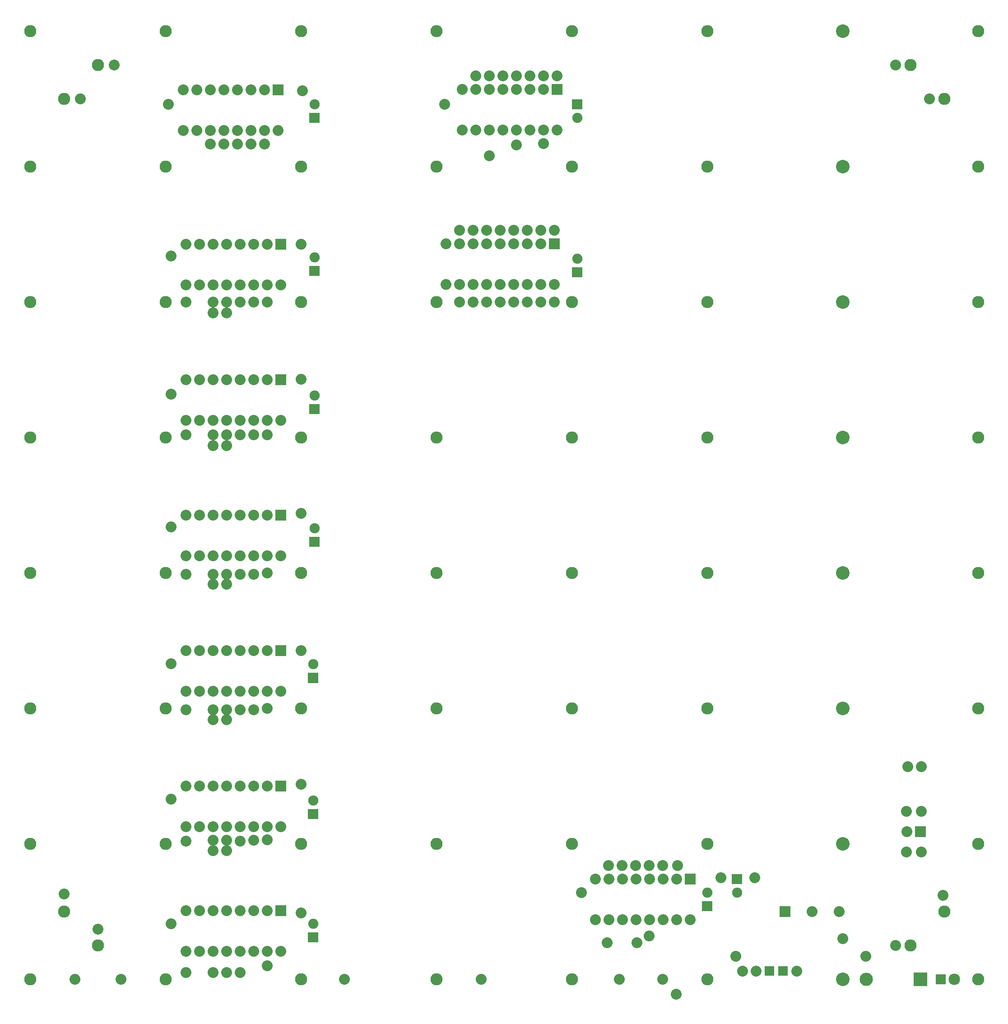
<source format=gbr>
G04 start of page 2 for group 0 idx 0 *
G04 Title: (unknown), top *
G04 Creator: pcb v4.0.2-g2d695f8b *
G04 CreationDate: Sat Jan 27 08:31:28 2018 UTC *
G04 For: zhenke *
G04 Format: Gerber/RS-274X *
G04 PCB-Dimensions (mil): 7480.31 7283.46 *
G04 PCB-Coordinate-Origin: lower left *
%MOIN*%
%FSLAX25Y25*%
%LNTOP*%
%ADD24C,0.0430*%
%ADD23C,0.0380*%
%ADD22C,0.0300*%
%ADD21C,0.0420*%
%ADD20C,0.0280*%
%ADD19C,0.1180*%
%ADD18C,0.0350*%
%ADD17C,0.0850*%
%ADD16C,0.0980*%
%ADD15C,0.1000*%
%ADD14C,0.0750*%
%ADD13C,0.0900*%
%ADD12C,0.0800*%
%ADD11C,0.0001*%
G54D11*G36*
X208000Y74346D02*Y66346D01*
X216000D01*
Y74346D01*
X208000D01*
G37*
G54D12*X202000Y70346D03*
X192000D03*
X182000D03*
X172000D03*
Y40346D03*
X182000D03*
X162000Y70346D03*
Y40346D03*
X152000Y70346D03*
Y40346D03*
X142000Y70346D03*
Y40346D03*
G54D13*X127000Y19846D03*
G54D12*X192000Y40346D03*
X202000D03*
X212000D03*
G54D13*X227000Y19846D03*
G54D11*G36*
X208000Y166346D02*Y158346D01*
X216000D01*
Y166346D01*
X208000D01*
G37*
G54D12*X202000Y162346D03*
X192000D03*
X182000D03*
X172000D03*
X162000D03*
X152000D03*
X142000D03*
Y132346D03*
X152000D03*
X162000D03*
G54D13*X127000Y119846D03*
G54D12*X172000Y132346D03*
X182000D03*
X192000D03*
X202000D03*
X212000D03*
G54D13*X52000Y69846D03*
X77000Y44846D03*
X27000Y19846D03*
G54D11*G36*
X427250Y545596D02*Y538096D01*
X434750D01*
Y545596D01*
X427250D01*
G37*
G54D14*X431000Y551846D03*
G54D11*G36*
X410000Y566846D02*Y558846D01*
X418000D01*
Y566846D01*
X410000D01*
G37*
G54D12*X404000Y562846D03*
Y532846D03*
X414000D03*
X394000Y562846D03*
Y532846D03*
X384000Y562846D03*
Y532846D03*
X374000Y562846D03*
Y532846D03*
X364000Y562846D03*
Y532846D03*
X354000Y562846D03*
X344000D03*
X334000D03*
Y532846D03*
X344000D03*
X354000D03*
G54D11*G36*
X427250Y669596D02*Y662096D01*
X434750D01*
Y669596D01*
X427250D01*
G37*
G54D13*X527000Y719846D03*
X427000D03*
G54D14*X431000Y655846D03*
G54D11*G36*
X412000Y680846D02*Y672846D01*
X420000D01*
Y680846D01*
X412000D01*
G37*
G54D12*X406000Y676846D03*
Y646846D03*
G54D13*X727000Y519846D03*
G54D15*X627000D03*
G54D13*X527000D03*
X427000D03*
X327000D03*
G54D12*X416000Y646846D03*
G54D13*X727000Y619846D03*
G54D15*X627000D03*
G54D13*X527000D03*
X427000D03*
X702000Y669846D03*
X677000Y694846D03*
X727000Y719846D03*
G54D15*X627000D03*
G54D11*G36*
X569500Y29346D02*Y22346D01*
X576500D01*
Y29346D01*
X569500D01*
G37*
G54D12*X563000Y25846D03*
X553000D03*
G54D11*G36*
X579500Y29346D02*Y22346D01*
X586500D01*
Y29346D01*
X579500D01*
G37*
G54D12*X593000Y25846D03*
G54D13*X527000Y19846D03*
G54D11*G36*
X679600Y24746D02*Y14946D01*
X689400D01*
Y24746D01*
X679600D01*
G37*
G54D16*X644500Y19846D03*
G54D11*G36*
X695750Y23596D02*Y16096D01*
X703250D01*
Y23596D01*
X695750D01*
G37*
G54D17*X709500Y19846D03*
G54D13*X727000D03*
G54D15*X627000D03*
G54D13*X677000Y44846D03*
G54D11*G36*
X545250Y97596D02*Y90096D01*
X552750D01*
Y97596D01*
X545250D01*
G37*
G54D14*X549000Y83846D03*
G54D13*X527000Y319846D03*
Y219846D03*
Y119846D03*
G54D11*G36*
X680500Y132846D02*Y124846D01*
X688500D01*
Y132846D01*
X680500D01*
G37*
G54D13*X727000Y119846D03*
G54D12*X674500Y128846D03*
G54D15*X627000Y319846D03*
Y219846D03*
Y119846D03*
G54D13*X727000Y219846D03*
Y319846D03*
X702000Y69846D03*
X727000Y419846D03*
G54D15*X627000D03*
G54D13*X527000D03*
G54D11*G36*
X510500Y97846D02*Y89846D01*
X518500D01*
Y97846D01*
X510500D01*
G37*
G54D12*X504500Y93846D03*
X494500D03*
X484500D03*
X474500D03*
X464500D03*
X454500D03*
X444500D03*
G54D13*X427000Y119846D03*
Y419846D03*
Y319846D03*
Y219846D03*
G54D12*X444500Y63846D03*
X454500D03*
X464500D03*
X474500D03*
X484500D03*
X494500D03*
X504500D03*
X514500D03*
G54D11*G36*
X523250Y77596D02*Y70096D01*
X530750D01*
Y77596D01*
X523250D01*
G37*
G54D14*X527000Y83846D03*
G54D11*G36*
X580500Y73846D02*Y65846D01*
X588500D01*
Y73846D01*
X580500D01*
G37*
G54D12*X604500Y69846D03*
G54D13*X427000Y19846D03*
G54D12*X172000Y562346D03*
Y532346D03*
X162000Y562346D03*
Y532346D03*
X152000Y562346D03*
Y532346D03*
X142000Y562346D03*
Y532346D03*
G54D13*X127000Y519846D03*
X27000D03*
G54D11*G36*
X208000Y466346D02*Y458346D01*
X216000D01*
Y466346D01*
X208000D01*
G37*
G54D12*X202000Y462346D03*
X192000D03*
Y432346D03*
X202000D03*
X212000D03*
G54D11*G36*
X233250Y444596D02*Y437096D01*
X240750D01*
Y444596D01*
X233250D01*
G37*
G54D14*X237000Y450846D03*
G54D12*X182000Y462346D03*
Y432346D03*
X172000Y462346D03*
Y432346D03*
X162000Y462346D03*
Y432346D03*
X152000Y462346D03*
X142000D03*
Y432346D03*
X152000D03*
G54D11*G36*
X208000Y566346D02*Y558346D01*
X216000D01*
Y566346D01*
X208000D01*
G37*
G54D12*X202000Y562346D03*
X192000D03*
X182000D03*
Y532346D03*
X192000D03*
X202000D03*
X212000D03*
G54D11*G36*
X233250Y546596D02*Y539096D01*
X240750D01*
Y546596D01*
X233250D01*
G37*
G54D14*X237000Y552846D03*
G54D13*X227000Y519846D03*
X327000Y419846D03*
X227000D03*
X127000D03*
X27000D03*
G54D12*X396000Y676846D03*
X386000D03*
X376000D03*
X366000D03*
X356000D03*
X346000D03*
Y646846D03*
X356000D03*
X376000D03*
X386000D03*
X396000D03*
G54D13*X327000Y719846D03*
Y619846D03*
G54D12*X366000Y646846D03*
G54D11*G36*
X233250Y659596D02*Y652096D01*
X240750D01*
Y659596D01*
X233250D01*
G37*
G54D14*X237000Y665846D03*
G54D13*X227000Y619846D03*
G54D11*G36*
X206000Y680346D02*Y672346D01*
X214000D01*
Y680346D01*
X206000D01*
G37*
G54D12*X200000Y676346D03*
X190000D03*
X180000D03*
X170000D03*
Y646346D03*
X180000D03*
X190000D03*
X200000D03*
X160000Y676346D03*
Y646346D03*
X150000Y676346D03*
Y646346D03*
X210000D03*
G54D13*X227000Y719846D03*
G54D12*X140000Y676346D03*
Y646346D03*
G54D13*X127000Y719846D03*
Y619846D03*
X77000Y694846D03*
X52000Y669846D03*
X27000Y719846D03*
Y619846D03*
G54D11*G36*
X232250Y145596D02*Y138096D01*
X239750D01*
Y145596D01*
X232250D01*
G37*
G54D14*X236000Y151846D03*
G54D11*G36*
X232250Y54596D02*Y47096D01*
X239750D01*
Y54596D01*
X232250D01*
G37*
G54D14*X236000Y60846D03*
G54D11*G36*
X233250Y346596D02*Y339096D01*
X240750D01*
Y346596D01*
X233250D01*
G37*
G54D14*X237000Y352846D03*
G54D13*X227000Y119846D03*
G54D11*G36*
X232250Y246096D02*Y238596D01*
X239750D01*
Y246096D01*
X232250D01*
G37*
G54D14*X236000Y252346D03*
G54D11*G36*
X208000Y266346D02*Y258346D01*
X216000D01*
Y266346D01*
X208000D01*
G37*
G54D12*X212000Y232346D03*
G54D13*X227000Y219846D03*
X327000D03*
Y119846D03*
Y19846D03*
G54D12*X202000Y262346D03*
X192000D03*
X182000D03*
X172000D03*
X162000D03*
X152000D03*
X142000D03*
Y232346D03*
X152000D03*
X162000D03*
X172000D03*
G54D13*X127000Y219846D03*
G54D12*X182000Y232346D03*
X192000D03*
X202000D03*
G54D11*G36*
X208000Y366346D02*Y358346D01*
X216000D01*
Y366346D01*
X208000D01*
G37*
G54D12*X202000Y362346D03*
X192000D03*
X182000D03*
X172000D03*
X162000D03*
X152000D03*
X142000D03*
X152000Y332346D03*
X162000D03*
X172000D03*
X182000D03*
X192000D03*
X202000D03*
X212000D03*
G54D13*X227000Y319846D03*
G54D12*X142000Y332346D03*
G54D13*X27000Y319846D03*
X127000D03*
X327000D03*
X27000Y219846D03*
Y119846D03*
G54D12*X202000Y519846D03*
X192000D03*
X182000D03*
X172000Y511846D03*
Y519846D03*
X162000Y511846D03*
Y519846D03*
X142000D03*
X64000Y669846D03*
X129000Y665846D03*
X131000Y553846D03*
X200000Y636346D03*
X190000D03*
X180000D03*
X170000D03*
X160000D03*
X227000Y562346D03*
X89000Y694846D03*
X228000Y675846D03*
X386000Y635846D03*
X366000Y627846D03*
X406000Y636846D03*
X666000Y694846D03*
X691000Y669846D03*
X333000Y665846D03*
X366000Y686846D03*
X416000D03*
X406000D03*
X396000D03*
X386000D03*
X376000D03*
X356000D03*
X344000Y519846D03*
X354000D03*
X364000D03*
X374000D03*
X384000D03*
X394000D03*
X404000D03*
X414000D03*
Y572846D03*
X404000D03*
X394000D03*
X344000D03*
X374000D03*
X384000D03*
X364000D03*
X354000D03*
X701000Y81846D03*
X666000Y44846D03*
X674000Y113846D03*
X685000D03*
X644000Y36846D03*
X685000Y143846D03*
X674000D03*
X685000Y176846D03*
X675000D03*
X627000Y49846D03*
X624500Y69846D03*
X562000Y94846D03*
X505000Y103846D03*
X548000Y36846D03*
X537000Y94846D03*
X504000Y8846D03*
X474000Y103846D03*
X484000D03*
X494000D03*
Y19846D03*
X454000Y103846D03*
X464000D03*
X434000Y83846D03*
X484000Y51846D03*
X453000Y46846D03*
X475000D03*
X360000Y19846D03*
X462000D03*
X227000Y68846D03*
X172000Y24846D03*
X182000D03*
X162000D03*
X202000Y29846D03*
Y122846D03*
X227000Y163846D03*
X192000Y122346D03*
X259000Y19846D03*
X202000Y219846D03*
Y319846D03*
Y421846D03*
X227000Y462846D03*
Y363846D03*
Y262346D03*
X172000Y218846D03*
X142000D03*
X162000Y211346D03*
Y218846D03*
X172000Y211346D03*
X182000Y218846D03*
X192000D03*
X172000Y311346D03*
X162000D03*
X182000Y318846D03*
X192000D03*
X131000Y252846D03*
Y451846D03*
X172000Y413846D03*
Y421846D03*
Y318846D03*
X142000D03*
X162000D03*
X131000Y353846D03*
X192000Y421846D03*
X182000D03*
X162000Y413846D03*
Y421846D03*
X142000D03*
Y24846D03*
X94000Y19846D03*
X77000Y56846D03*
X131000Y60846D03*
X52000Y82846D03*
X131000Y152846D03*
X142000Y121846D03*
X182000D03*
X172000Y114846D03*
Y122346D03*
X162000Y114846D03*
Y122346D03*
X60000Y19846D03*
G54D18*G54D19*G54D18*G54D19*G54D18*G54D19*G54D18*G54D19*G54D18*G54D20*G54D21*G54D20*G54D21*G54D20*G54D21*G54D20*G54D21*G54D22*G54D20*G54D22*G54D21*G54D22*G54D20*G54D21*G54D20*G54D21*G54D23*G54D21*G54D23*G54D24*G54D21*G54D22*G54D21*G54D22*G54D21*G54D22*G54D21*G54D20*G54D21*G54D20*G54D22*G54D21*G54D20*G54D21*G54D20*G54D22*G54D20*G54D22*G54D21*G54D20*G54D21*G54D20*G54D22*G54D21*G54D20*G54D21*G54D20*G54D21*G54D22*G54D21*G54D22*G54D20*G54D21*G54D20*G54D21*G54D20*G54D21*G54D20*G54D21*M02*

</source>
